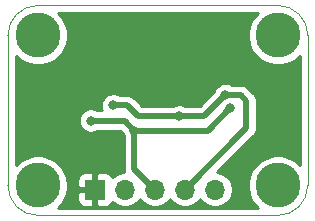
<source format=gbr>
%TF.GenerationSoftware,KiCad,Pcbnew,5.1.5+dfsg1-2~bpo10+1*%
%TF.CreationDate,Date%
%TF.ProjectId,Gesture Sensor,47657374-7572-4652-9053-656e736f722e,rev?*%
%TF.SameCoordinates,Original*%
%TF.FileFunction,Copper,L2,Bot*%
%TF.FilePolarity,Positive*%
%FSLAX45Y45*%
G04 Gerber Fmt 4.5, Leading zero omitted, Abs format (unit mm)*
G04 Created by KiCad*
%MOMM*%
%LPD*%
G04 APERTURE LIST*
%ADD10C,0.050000*%
%ADD11C,3.800000*%
%ADD12O,1.700000X1.700000*%
%ADD13R,1.700000X1.700000*%
%ADD14C,0.800000*%
%ADD15C,0.500000*%
%ADD16C,0.254000*%
%ADD17C,0.350000*%
G04 APERTURE END LIST*
D10*
X13335000Y-6350000D02*
G75*
G02X13081000Y-6096000I0J254000D01*
G01*
X15367000Y-4572000D02*
G75*
G02X15621000Y-4826000I0J-254000D01*
G01*
X15621000Y-6096000D02*
G75*
G02X15367000Y-6350000I-254000J0D01*
G01*
X13081000Y-4826000D02*
G75*
G02X13335000Y-4572000I254000J0D01*
G01*
X13335000Y-4572000D02*
X15367000Y-4572000D01*
X13081000Y-4826000D02*
X13081000Y-6096000D01*
X15621000Y-4826000D02*
X15621000Y-6096000D01*
X13335000Y-6350000D02*
X15367000Y-6350000D01*
D11*
X15367000Y-6096000D03*
D12*
X14835000Y-6131000D03*
X14581000Y-6131000D03*
X14327000Y-6131000D03*
X14073000Y-6131000D03*
D13*
X13819000Y-6131000D03*
D11*
X13335000Y-6096000D03*
X13335000Y-4826000D03*
X15367000Y-4826000D03*
D14*
X14538960Y-5369560D03*
X13609320Y-5189220D03*
X14241780Y-4907280D03*
X15354300Y-5565140D03*
X14922500Y-5331460D03*
X14531340Y-5511800D03*
X13972540Y-5417820D03*
X13784580Y-5547360D03*
X14152880Y-5631180D03*
X14963140Y-5440680D03*
D15*
X14742160Y-5511800D02*
X14922500Y-5331460D01*
X14531340Y-5511800D02*
X14742160Y-5511800D01*
X14922500Y-5331460D02*
X15052040Y-5331460D01*
X15052040Y-5331460D02*
X15100300Y-5379720D01*
X15100300Y-5611700D02*
X14581000Y-6131000D01*
X15100300Y-5379720D02*
X15100300Y-5611700D01*
X14531340Y-5511800D02*
X14183360Y-5511800D01*
X14183360Y-5511800D02*
X14089380Y-5417820D01*
X14089380Y-5417820D02*
X13972540Y-5417820D01*
X13972540Y-5417820D02*
X13972540Y-5417820D01*
X14152880Y-5956880D02*
X14327000Y-6131000D01*
X14152880Y-5631180D02*
X14152880Y-5956880D01*
X14069060Y-5547360D02*
X14152880Y-5631180D01*
X13784580Y-5547360D02*
X14069060Y-5547360D01*
X14152880Y-5631180D02*
X14772640Y-5631180D01*
X14772640Y-5631180D02*
X14963140Y-5440680D01*
X14963140Y-5440680D02*
X14963140Y-5440680D01*
D16*
G36*
X15170094Y-4664403D02*
G01*
X15142351Y-4705923D01*
X15123242Y-4752057D01*
X15113500Y-4801032D01*
X15113500Y-4850968D01*
X15123242Y-4899943D01*
X15142351Y-4946077D01*
X15170094Y-4987597D01*
X15205403Y-5022906D01*
X15246923Y-5050649D01*
X15293057Y-5069758D01*
X15342032Y-5079500D01*
X15391968Y-5079500D01*
X15440943Y-5069758D01*
X15487077Y-5050649D01*
X15528597Y-5022906D01*
X15555000Y-4996503D01*
X15555000Y-5925497D01*
X15528597Y-5899094D01*
X15487077Y-5871351D01*
X15440943Y-5852242D01*
X15391968Y-5842500D01*
X15342032Y-5842500D01*
X15293057Y-5852242D01*
X15246923Y-5871351D01*
X15205403Y-5899094D01*
X15170094Y-5934403D01*
X15142351Y-5975923D01*
X15123242Y-6022057D01*
X15113500Y-6071032D01*
X15113500Y-6120968D01*
X15123242Y-6169943D01*
X15142351Y-6216077D01*
X15170094Y-6257597D01*
X15196497Y-6284000D01*
X13505503Y-6284000D01*
X13531906Y-6257597D01*
X13559649Y-6216077D01*
X13559681Y-6216000D01*
X13670193Y-6216000D01*
X13671419Y-6228448D01*
X13675050Y-6240418D01*
X13680946Y-6251449D01*
X13688881Y-6261118D01*
X13698551Y-6269054D01*
X13709582Y-6274950D01*
X13721552Y-6278581D01*
X13734000Y-6279807D01*
X13790425Y-6279500D01*
X13806300Y-6263625D01*
X13806300Y-6143700D01*
X13686375Y-6143700D01*
X13670500Y-6159575D01*
X13670193Y-6216000D01*
X13559681Y-6216000D01*
X13578758Y-6169943D01*
X13588500Y-6120968D01*
X13588500Y-6071032D01*
X13583521Y-6046000D01*
X13670193Y-6046000D01*
X13670500Y-6102425D01*
X13686375Y-6118300D01*
X13806300Y-6118300D01*
X13806300Y-5998375D01*
X13790425Y-5982500D01*
X13734000Y-5982193D01*
X13721552Y-5983419D01*
X13709582Y-5987050D01*
X13698551Y-5992946D01*
X13688881Y-6000881D01*
X13680946Y-6010551D01*
X13675050Y-6021582D01*
X13671419Y-6033552D01*
X13670193Y-6046000D01*
X13583521Y-6046000D01*
X13578758Y-6022057D01*
X13559649Y-5975923D01*
X13531906Y-5934403D01*
X13496597Y-5899094D01*
X13455077Y-5871351D01*
X13408943Y-5852242D01*
X13359968Y-5842500D01*
X13310032Y-5842500D01*
X13261057Y-5852242D01*
X13214923Y-5871351D01*
X13173403Y-5899094D01*
X13147000Y-5925497D01*
X13147000Y-5537166D01*
X13681080Y-5537166D01*
X13681080Y-5557554D01*
X13685057Y-5577550D01*
X13692859Y-5596386D01*
X13704186Y-5613337D01*
X13718603Y-5627754D01*
X13735554Y-5639080D01*
X13754390Y-5646883D01*
X13774386Y-5650860D01*
X13794774Y-5650860D01*
X13814770Y-5646883D01*
X13833606Y-5639080D01*
X13838425Y-5635860D01*
X14032402Y-5635860D01*
X14052226Y-5655684D01*
X14053357Y-5661370D01*
X14061159Y-5680206D01*
X14064380Y-5685025D01*
X14064380Y-5952532D01*
X14063952Y-5956880D01*
X14065660Y-5974229D01*
X14068170Y-5982500D01*
X14058374Y-5982500D01*
X14029684Y-5988207D01*
X14002659Y-5999401D01*
X13978337Y-6015652D01*
X13965151Y-6028838D01*
X13962950Y-6021582D01*
X13957054Y-6010551D01*
X13949118Y-6000881D01*
X13939449Y-5992946D01*
X13928418Y-5987050D01*
X13916448Y-5983419D01*
X13904000Y-5982193D01*
X13847575Y-5982500D01*
X13831700Y-5998375D01*
X13831700Y-6118300D01*
X13833700Y-6118300D01*
X13833700Y-6143700D01*
X13831700Y-6143700D01*
X13831700Y-6263625D01*
X13847575Y-6279500D01*
X13904000Y-6279807D01*
X13916448Y-6278581D01*
X13928418Y-6274950D01*
X13939449Y-6269054D01*
X13949118Y-6261118D01*
X13957054Y-6251449D01*
X13962950Y-6240418D01*
X13965151Y-6233162D01*
X13978337Y-6246347D01*
X14002659Y-6262599D01*
X14029684Y-6273793D01*
X14058374Y-6279500D01*
X14087626Y-6279500D01*
X14116316Y-6273793D01*
X14143341Y-6262599D01*
X14167663Y-6246347D01*
X14188347Y-6225663D01*
X14200000Y-6208224D01*
X14211652Y-6225663D01*
X14232337Y-6246347D01*
X14256659Y-6262599D01*
X14283684Y-6273793D01*
X14312374Y-6279500D01*
X14341626Y-6279500D01*
X14370316Y-6273793D01*
X14397341Y-6262599D01*
X14421663Y-6246347D01*
X14442347Y-6225663D01*
X14454000Y-6208224D01*
X14465652Y-6225663D01*
X14486337Y-6246347D01*
X14510659Y-6262599D01*
X14537684Y-6273793D01*
X14566374Y-6279500D01*
X14595626Y-6279500D01*
X14624316Y-6273793D01*
X14651341Y-6262599D01*
X14675663Y-6246347D01*
X14696347Y-6225663D01*
X14708000Y-6208224D01*
X14719652Y-6225663D01*
X14740337Y-6246347D01*
X14764659Y-6262599D01*
X14791684Y-6273793D01*
X14820374Y-6279500D01*
X14849626Y-6279500D01*
X14878316Y-6273793D01*
X14905341Y-6262599D01*
X14929663Y-6246347D01*
X14950347Y-6225663D01*
X14966599Y-6201341D01*
X14977793Y-6174316D01*
X14983500Y-6145626D01*
X14983500Y-6116374D01*
X14977793Y-6087684D01*
X14966599Y-6060659D01*
X14950347Y-6036337D01*
X14929663Y-6015652D01*
X14905341Y-5999401D01*
X14878316Y-5988207D01*
X14853823Y-5983335D01*
X15159805Y-5677353D01*
X15163182Y-5674582D01*
X15174241Y-5661106D01*
X15182459Y-5645731D01*
X15187519Y-5629049D01*
X15188800Y-5616048D01*
X15188800Y-5616047D01*
X15189228Y-5611700D01*
X15188800Y-5607353D01*
X15188800Y-5384067D01*
X15189228Y-5379720D01*
X15188800Y-5375373D01*
X15188800Y-5375372D01*
X15187519Y-5362371D01*
X15182459Y-5345689D01*
X15174241Y-5330314D01*
X15163182Y-5316838D01*
X15159804Y-5314067D01*
X15117693Y-5271956D01*
X15114922Y-5268578D01*
X15101446Y-5257519D01*
X15086071Y-5249301D01*
X15069389Y-5244241D01*
X15056388Y-5242960D01*
X15056387Y-5242960D01*
X15052040Y-5242532D01*
X15047693Y-5242960D01*
X14976345Y-5242960D01*
X14971526Y-5239740D01*
X14952690Y-5231937D01*
X14932694Y-5227960D01*
X14912306Y-5227960D01*
X14892310Y-5231937D01*
X14873474Y-5239740D01*
X14856523Y-5251066D01*
X14842106Y-5265483D01*
X14830779Y-5282434D01*
X14822977Y-5301270D01*
X14821846Y-5306956D01*
X14705502Y-5423300D01*
X14585185Y-5423300D01*
X14580366Y-5420080D01*
X14561530Y-5412277D01*
X14541534Y-5408300D01*
X14521146Y-5408300D01*
X14501150Y-5412277D01*
X14482314Y-5420080D01*
X14477495Y-5423300D01*
X14220018Y-5423300D01*
X14155033Y-5358316D01*
X14152262Y-5354938D01*
X14138786Y-5343879D01*
X14123411Y-5335661D01*
X14106729Y-5330601D01*
X14093728Y-5329320D01*
X14093727Y-5329320D01*
X14089380Y-5328892D01*
X14085033Y-5329320D01*
X14026385Y-5329320D01*
X14021566Y-5326100D01*
X14002730Y-5318297D01*
X13982734Y-5314320D01*
X13962346Y-5314320D01*
X13942350Y-5318297D01*
X13923514Y-5326100D01*
X13906563Y-5337426D01*
X13892146Y-5351843D01*
X13880819Y-5368794D01*
X13873017Y-5387630D01*
X13869040Y-5407626D01*
X13869040Y-5428014D01*
X13873017Y-5448010D01*
X13877512Y-5458860D01*
X13838425Y-5458860D01*
X13833606Y-5455640D01*
X13814770Y-5447837D01*
X13794774Y-5443860D01*
X13774386Y-5443860D01*
X13754390Y-5447837D01*
X13735554Y-5455640D01*
X13718603Y-5466966D01*
X13704186Y-5481383D01*
X13692859Y-5498334D01*
X13685057Y-5517170D01*
X13681080Y-5537166D01*
X13147000Y-5537166D01*
X13147000Y-4996503D01*
X13173403Y-5022906D01*
X13214923Y-5050649D01*
X13261057Y-5069758D01*
X13310032Y-5079500D01*
X13359968Y-5079500D01*
X13408943Y-5069758D01*
X13455077Y-5050649D01*
X13496597Y-5022906D01*
X13531906Y-4987597D01*
X13559649Y-4946077D01*
X13578758Y-4899943D01*
X13588500Y-4850968D01*
X13588500Y-4801032D01*
X13578758Y-4752057D01*
X13559649Y-4705923D01*
X13531906Y-4664403D01*
X13505503Y-4638000D01*
X15196497Y-4638000D01*
X15170094Y-4664403D01*
G37*
X15170094Y-4664403D02*
X15142351Y-4705923D01*
X15123242Y-4752057D01*
X15113500Y-4801032D01*
X15113500Y-4850968D01*
X15123242Y-4899943D01*
X15142351Y-4946077D01*
X15170094Y-4987597D01*
X15205403Y-5022906D01*
X15246923Y-5050649D01*
X15293057Y-5069758D01*
X15342032Y-5079500D01*
X15391968Y-5079500D01*
X15440943Y-5069758D01*
X15487077Y-5050649D01*
X15528597Y-5022906D01*
X15555000Y-4996503D01*
X15555000Y-5925497D01*
X15528597Y-5899094D01*
X15487077Y-5871351D01*
X15440943Y-5852242D01*
X15391968Y-5842500D01*
X15342032Y-5842500D01*
X15293057Y-5852242D01*
X15246923Y-5871351D01*
X15205403Y-5899094D01*
X15170094Y-5934403D01*
X15142351Y-5975923D01*
X15123242Y-6022057D01*
X15113500Y-6071032D01*
X15113500Y-6120968D01*
X15123242Y-6169943D01*
X15142351Y-6216077D01*
X15170094Y-6257597D01*
X15196497Y-6284000D01*
X13505503Y-6284000D01*
X13531906Y-6257597D01*
X13559649Y-6216077D01*
X13559681Y-6216000D01*
X13670193Y-6216000D01*
X13671419Y-6228448D01*
X13675050Y-6240418D01*
X13680946Y-6251449D01*
X13688881Y-6261118D01*
X13698551Y-6269054D01*
X13709582Y-6274950D01*
X13721552Y-6278581D01*
X13734000Y-6279807D01*
X13790425Y-6279500D01*
X13806300Y-6263625D01*
X13806300Y-6143700D01*
X13686375Y-6143700D01*
X13670500Y-6159575D01*
X13670193Y-6216000D01*
X13559681Y-6216000D01*
X13578758Y-6169943D01*
X13588500Y-6120968D01*
X13588500Y-6071032D01*
X13583521Y-6046000D01*
X13670193Y-6046000D01*
X13670500Y-6102425D01*
X13686375Y-6118300D01*
X13806300Y-6118300D01*
X13806300Y-5998375D01*
X13790425Y-5982500D01*
X13734000Y-5982193D01*
X13721552Y-5983419D01*
X13709582Y-5987050D01*
X13698551Y-5992946D01*
X13688881Y-6000881D01*
X13680946Y-6010551D01*
X13675050Y-6021582D01*
X13671419Y-6033552D01*
X13670193Y-6046000D01*
X13583521Y-6046000D01*
X13578758Y-6022057D01*
X13559649Y-5975923D01*
X13531906Y-5934403D01*
X13496597Y-5899094D01*
X13455077Y-5871351D01*
X13408943Y-5852242D01*
X13359968Y-5842500D01*
X13310032Y-5842500D01*
X13261057Y-5852242D01*
X13214923Y-5871351D01*
X13173403Y-5899094D01*
X13147000Y-5925497D01*
X13147000Y-5537166D01*
X13681080Y-5537166D01*
X13681080Y-5557554D01*
X13685057Y-5577550D01*
X13692859Y-5596386D01*
X13704186Y-5613337D01*
X13718603Y-5627754D01*
X13735554Y-5639080D01*
X13754390Y-5646883D01*
X13774386Y-5650860D01*
X13794774Y-5650860D01*
X13814770Y-5646883D01*
X13833606Y-5639080D01*
X13838425Y-5635860D01*
X14032402Y-5635860D01*
X14052226Y-5655684D01*
X14053357Y-5661370D01*
X14061159Y-5680206D01*
X14064380Y-5685025D01*
X14064380Y-5952532D01*
X14063952Y-5956880D01*
X14065660Y-5974229D01*
X14068170Y-5982500D01*
X14058374Y-5982500D01*
X14029684Y-5988207D01*
X14002659Y-5999401D01*
X13978337Y-6015652D01*
X13965151Y-6028838D01*
X13962950Y-6021582D01*
X13957054Y-6010551D01*
X13949118Y-6000881D01*
X13939449Y-5992946D01*
X13928418Y-5987050D01*
X13916448Y-5983419D01*
X13904000Y-5982193D01*
X13847575Y-5982500D01*
X13831700Y-5998375D01*
X13831700Y-6118300D01*
X13833700Y-6118300D01*
X13833700Y-6143700D01*
X13831700Y-6143700D01*
X13831700Y-6263625D01*
X13847575Y-6279500D01*
X13904000Y-6279807D01*
X13916448Y-6278581D01*
X13928418Y-6274950D01*
X13939449Y-6269054D01*
X13949118Y-6261118D01*
X13957054Y-6251449D01*
X13962950Y-6240418D01*
X13965151Y-6233162D01*
X13978337Y-6246347D01*
X14002659Y-6262599D01*
X14029684Y-6273793D01*
X14058374Y-6279500D01*
X14087626Y-6279500D01*
X14116316Y-6273793D01*
X14143341Y-6262599D01*
X14167663Y-6246347D01*
X14188347Y-6225663D01*
X14200000Y-6208224D01*
X14211652Y-6225663D01*
X14232337Y-6246347D01*
X14256659Y-6262599D01*
X14283684Y-6273793D01*
X14312374Y-6279500D01*
X14341626Y-6279500D01*
X14370316Y-6273793D01*
X14397341Y-6262599D01*
X14421663Y-6246347D01*
X14442347Y-6225663D01*
X14454000Y-6208224D01*
X14465652Y-6225663D01*
X14486337Y-6246347D01*
X14510659Y-6262599D01*
X14537684Y-6273793D01*
X14566374Y-6279500D01*
X14595626Y-6279500D01*
X14624316Y-6273793D01*
X14651341Y-6262599D01*
X14675663Y-6246347D01*
X14696347Y-6225663D01*
X14708000Y-6208224D01*
X14719652Y-6225663D01*
X14740337Y-6246347D01*
X14764659Y-6262599D01*
X14791684Y-6273793D01*
X14820374Y-6279500D01*
X14849626Y-6279500D01*
X14878316Y-6273793D01*
X14905341Y-6262599D01*
X14929663Y-6246347D01*
X14950347Y-6225663D01*
X14966599Y-6201341D01*
X14977793Y-6174316D01*
X14983500Y-6145626D01*
X14983500Y-6116374D01*
X14977793Y-6087684D01*
X14966599Y-6060659D01*
X14950347Y-6036337D01*
X14929663Y-6015652D01*
X14905341Y-5999401D01*
X14878316Y-5988207D01*
X14853823Y-5983335D01*
X15159805Y-5677353D01*
X15163182Y-5674582D01*
X15174241Y-5661106D01*
X15182459Y-5645731D01*
X15187519Y-5629049D01*
X15188800Y-5616048D01*
X15188800Y-5616047D01*
X15189228Y-5611700D01*
X15188800Y-5607353D01*
X15188800Y-5384067D01*
X15189228Y-5379720D01*
X15188800Y-5375373D01*
X15188800Y-5375372D01*
X15187519Y-5362371D01*
X15182459Y-5345689D01*
X15174241Y-5330314D01*
X15163182Y-5316838D01*
X15159804Y-5314067D01*
X15117693Y-5271956D01*
X15114922Y-5268578D01*
X15101446Y-5257519D01*
X15086071Y-5249301D01*
X15069389Y-5244241D01*
X15056388Y-5242960D01*
X15056387Y-5242960D01*
X15052040Y-5242532D01*
X15047693Y-5242960D01*
X14976345Y-5242960D01*
X14971526Y-5239740D01*
X14952690Y-5231937D01*
X14932694Y-5227960D01*
X14912306Y-5227960D01*
X14892310Y-5231937D01*
X14873474Y-5239740D01*
X14856523Y-5251066D01*
X14842106Y-5265483D01*
X14830779Y-5282434D01*
X14822977Y-5301270D01*
X14821846Y-5306956D01*
X14705502Y-5423300D01*
X14585185Y-5423300D01*
X14580366Y-5420080D01*
X14561530Y-5412277D01*
X14541534Y-5408300D01*
X14521146Y-5408300D01*
X14501150Y-5412277D01*
X14482314Y-5420080D01*
X14477495Y-5423300D01*
X14220018Y-5423300D01*
X14155033Y-5358316D01*
X14152262Y-5354938D01*
X14138786Y-5343879D01*
X14123411Y-5335661D01*
X14106729Y-5330601D01*
X14093728Y-5329320D01*
X14093727Y-5329320D01*
X14089380Y-5328892D01*
X14085033Y-5329320D01*
X14026385Y-5329320D01*
X14021566Y-5326100D01*
X14002730Y-5318297D01*
X13982734Y-5314320D01*
X13962346Y-5314320D01*
X13942350Y-5318297D01*
X13923514Y-5326100D01*
X13906563Y-5337426D01*
X13892146Y-5351843D01*
X13880819Y-5368794D01*
X13873017Y-5387630D01*
X13869040Y-5407626D01*
X13869040Y-5428014D01*
X13873017Y-5448010D01*
X13877512Y-5458860D01*
X13838425Y-5458860D01*
X13833606Y-5455640D01*
X13814770Y-5447837D01*
X13794774Y-5443860D01*
X13774386Y-5443860D01*
X13754390Y-5447837D01*
X13735554Y-5455640D01*
X13718603Y-5466966D01*
X13704186Y-5481383D01*
X13692859Y-5498334D01*
X13685057Y-5517170D01*
X13681080Y-5537166D01*
X13147000Y-5537166D01*
X13147000Y-4996503D01*
X13173403Y-5022906D01*
X13214923Y-5050649D01*
X13261057Y-5069758D01*
X13310032Y-5079500D01*
X13359968Y-5079500D01*
X13408943Y-5069758D01*
X13455077Y-5050649D01*
X13496597Y-5022906D01*
X13531906Y-4987597D01*
X13559649Y-4946077D01*
X13578758Y-4899943D01*
X13588500Y-4850968D01*
X13588500Y-4801032D01*
X13578758Y-4752057D01*
X13559649Y-4705923D01*
X13531906Y-4664403D01*
X13505503Y-4638000D01*
X15196497Y-4638000D01*
X15170094Y-4664403D01*
D17*
X14538960Y-5369560D03*
X13609320Y-5189220D03*
X14241780Y-4907280D03*
X15354300Y-5565140D03*
X14922500Y-5331460D03*
X14531340Y-5511800D03*
X13972540Y-5417820D03*
X13784580Y-5547360D03*
X14152880Y-5631180D03*
X14963140Y-5440680D03*
X15367000Y-6096000D03*
X14835000Y-6131000D03*
X14581000Y-6131000D03*
X14327000Y-6131000D03*
X14073000Y-6131000D03*
X13819000Y-6131000D03*
X13335000Y-6096000D03*
X13335000Y-4826000D03*
X15367000Y-4826000D03*
M02*

</source>
